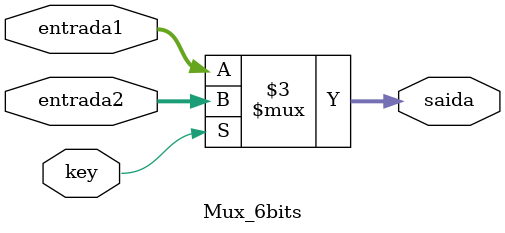
<source format=v>
module Mux_6bits (input [5:0] entrada1, input [5:0] entrada2, input key, output reg [5:0] saida);

always @(key or entrada1 or entrada2)

begin
	if (key)
		saida = entrada2;
	else 
		saida = entrada1;
end

endmodule
</source>
